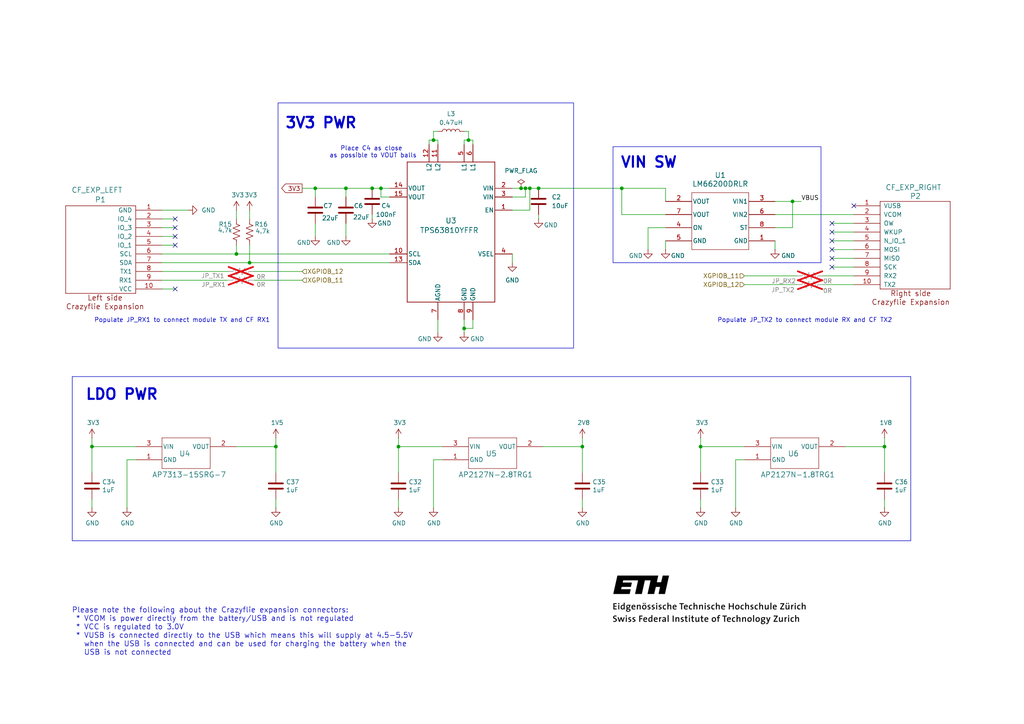
<source format=kicad_sch>
(kicad_sch (version 20250114) (generator "eeschema") (generator_version "9.0")
  (paper "A4")
  (title_block (title "BT-MV Duo 01 Deck") (date "4.11.2025") (rev "A"))
  (lib_symbols
    (symbol "AP2127N-1.8TRG1_1" (pin_names (offset 0.254))
      (property "Reference" "U4" (at 28.194 0.508 0))
      (property "Value" "AP2127N-1.8TRG1" (at 29.464 -5.588 0))
      (symbol "AP2127N-1.8TRG1_1_0_1"
        (polyline (pts (xy 21.59 5.08) (xy 21.59 -3.81)) (stroke (width 0.127)))
        (polyline (pts (xy 21.59 -3.81) (xy 35.56 -3.81)) (stroke (width 0.127)))
        (polyline (pts (xy 35.56 5.08) (xy 21.59 5.08)) (stroke (width 0.127)))
        (polyline (pts (xy 35.56 -3.81) (xy 35.56 5.08)) (stroke (width 0.127)))
        (pin power_in line (at 13.97 -1.27 0) (length 7.62) (name "GND") (number "1"))
      )
      (symbol "AP2127N-1.8TRG1_1_1_1"
        (pin power_in line (at 13.97 2.54 0) (length 7.62) (name "VIN") (number "3"))
        (pin power_out line (at 43.18 2.54 180) (length 7.62) (name "VOUT") (number "2"))
      )
    )
    (symbol "Device:C" (pin_numbers (hide yes)) (pin_names (offset 0.254))
      (property "Reference" "C" (at 0.635 2.54 0))
      (property "Value" "C" (at 0.635 -2.54 0))
      (symbol "C_0_1"
        (polyline (pts (xy -2.032 0.762) (xy 2.032 0.762)) (stroke (width 0.508)))
        (polyline (pts (xy -2.032 -0.762) (xy 2.032 -0.762)) (stroke (width 0.508)))
      )
      (symbol "C_1_1"
        (pin passive line (at 0 3.81 270) (length 2.794) (name "~") (number "1"))
        (pin passive line (at 0 -3.81 90) (length 2.794) (name "~") (number "2"))
      )
    )
    (symbol "Device:L" (pin_numbers (hide yes)) (pin_names (offset 1.016) (hide yes))
      (property "Reference" "L" (at -1.27 0 90))
      (property "Value" "L" (at 1.905 0 90))
      (symbol "L_0_1"
        (arc (start 0 2.54) (mid 0.6323 1.905) (end 0 1.27))
        (arc (start 0 1.27) (mid 0.6323 0.635) (end 0 0))
        (arc (start 0 0) (mid 0.6323 -0.635) (end 0 -1.27))
        (arc (start 0 -1.27) (mid 0.6323 -1.905) (end 0 -2.54))
      )
      (symbol "L_1_1"
        (pin passive line (at 0 3.81 270) (length 1.27) (name "1") (number "1"))
        (pin passive line (at 0 -3.81 90) (length 1.27) (name "2") (number "2"))
      )
    )
    (symbol "Device:R_US" (pin_numbers (hide yes)) (pin_names (offset 0))
      (property "Reference" "R" (at 2.54 0 90))
      (property "Value" "R_US" (at -2.54 0 90))
      (symbol "R_US_0_1"
        (polyline (pts (xy 0 2.286) (xy 0 2.54)))
        (polyline (pts (xy 0 2.286) (xy 1.016 1.905) (xy 0 1.524) (xy -1.016 1.143) (xy 0 0.762)))
        (polyline (pts (xy 0 0.762) (xy 1.016 0.381) (xy 0 0) (xy -1.016 -0.381) (xy 0 -0.762)))
        (polyline (pts (xy 0 -0.762) (xy 1.016 -1.143) (xy 0 -1.524) (xy -1.016 -1.905) (xy 0 -2.286)))
        (polyline (pts (xy 0 -2.286) (xy 0 -2.54)))
      )
      (symbol "R_US_1_1"
        (pin passive line (at 0 3.81 270) (length 1.27) (name "~") (number "1"))
        (pin passive line (at 0 -3.81 90) (length 1.27) (name "~") (number "2"))
      )
    )
    (symbol "LM66200DRLR_1" (pin_names (offset 0.254))
      (property "Reference" "U" (at 25.146 10.16 0))
      (property "Value" "LM66200DRLR" (at 24.892 7.112 0))
      (symbol "LM66200DRLR_1_0_1"
        (polyline (pts (xy 16.51 5.08) (xy 16.51 -11.43)) (stroke (width 0.127)))
        (polyline (pts (xy 16.51 -11.43) (xy 33.02 -11.43)) (stroke (width 0.127)))
        (polyline (pts (xy 33.02 5.08) (xy 16.51 5.08)) (stroke (width 0.127)))
        (polyline (pts (xy 33.02 -11.43) (xy 33.02 5.08)) (stroke (width 0.127)))
        (pin input line (at 40.64 -5.08 180) (length 7.62) (name "ON") (number "4"))
      )
      (symbol "LM66200DRLR_1_1_1"
        (pin passive line (at 8.89 2.54 0) (length 7.62) (name "VIN1") (number "3"))
        (pin power_in line (at 8.89 -1.27 0) (length 7.62) (name "VIN2") (number "6"))
        (pin output line (at 8.89 -5.08 0) (length 7.62) (name "ST") (number "8"))
        (pin passive line (at 8.89 -8.89 0) (length 7.62) (name "GND") (number "1"))
        (pin passive line (at 40.64 2.54 180) (length 7.62) (name "VOUT") (number "2"))
        (pin passive line (at 40.64 -1.27 180) (length 7.62) (name "VOUT") (number "7"))
        (pin passive line (at 40.64 -8.89 180) (length 7.62) (name "GND") (number "5"))
      )
    )
    (symbol "Milk V Library:CF_EXP_LEFT" (pin_names (offset 1.016))
      (property "Reference" "P1" (at -0.254 -14.732 0))
      (property "Value" "CF_EXP_LEFT" (at -0.254 -17.272 0))
      (symbol "CF_EXP_LEFT_0_0"
        (rectangle (start -10.16 12.7) (end 10.16 12.7))
        (rectangle (start -10.16 -12.7) (end -10.16 12.7))
        (rectangle (start 10.16 12.7) (end 10.16 -12.7))
        (rectangle (start 10.16 -12.7) (end -10.16 -12.7))
        (text "Crazyflie Expansion" (at 1.27 16.51 0) (effects (font (size 1.524 1.524))))
        (text "Left side" (at 1.27 13.97 0) (effects (font (size 1.524 1.524))))
      )
      (symbol "CF_EXP_LEFT_1_1"
        (pin power_out line (at 17.78 11.43 180) (length 7.62) (name "VCC") (number "10"))
        (pin bidirectional line (at 17.78 8.89 180) (length 7.62) (name "RX1") (number "9"))
        (pin bidirectional line (at 17.78 6.35 180) (length 7.62) (name "TX1") (number "8"))
        (pin bidirectional line (at 17.78 3.81 180) (length 7.62) (name "SDA") (number "7"))
        (pin bidirectional line (at 17.78 1.27 180) (length 7.62) (name "SCL") (number "6"))
        (pin bidirectional line (at 17.78 -1.27 180) (length 7.62) (name "IO_1") (number "5"))
        (pin bidirectional line (at 17.78 -3.81 180) (length 7.62) (name "IO_2") (number "4"))
        (pin bidirectional line (at 17.78 -6.35 180) (length 7.62) (name "IO_3") (number "3"))
        (pin bidirectional line (at 17.78 -8.89 180) (length 7.62) (name "IO_4") (number "2"))
        (pin power_out line (at 17.78 -11.43 180) (length 7.62) (name "GND") (number "1"))
      )
    )
    (symbol "Milk V Library:CF_EXP_RIGHT_NEW" (pin_names (offset 1.016))
      (property "Reference" "P2" (at 2.286 -14.478 0))
      (property "Value" "CF_EXP_RIGHT_NEW" (at 7.366 -17.526 0))
      (symbol "CF_EXP_RIGHT_NEW_0_0"
        (rectangle (start -10.16 12.7) (end 10.16 12.7))
        (rectangle (start -10.16 -12.7) (end -10.16 12.7))
        (rectangle (start 10.16 12.7) (end 10.16 -12.7))
        (rectangle (start 10.16 -12.7) (end -10.16 -12.7))
        (text "Crazyflie Expansion" (at 1.27 16.51 0) (effects (font (size 1.524 1.524))))
        (text "Right side" (at 1.27 13.97 0) (effects (font (size 1.524 1.524))))
      )
      (symbol "CF_EXP_RIGHT_NEW_1_1"
        (pin bidirectional line (at 17.78 11.43 180) (length 7.62) (name "TX2") (number "10"))
        (pin bidirectional line (at 17.78 8.89 180) (length 7.62) (name "RX2") (number "9"))
        (pin bidirectional line (at 17.78 6.35 180) (length 7.62) (name "SCK") (number "8"))
        (pin bidirectional line (at 17.78 3.81 180) (length 7.62) (name "MISO") (number "7"))
        (pin bidirectional line (at 17.78 1.27 180) (length 7.62) (name "MOSI") (number "6"))
        (pin bidirectional line (at 17.78 -1.27 180) (length 7.62) (name "N_IO_1") (number "5"))
        (pin bidirectional line (at 17.78 -3.81 180) (length 7.62) (name "WKUP") (number "4"))
        (pin bidirectional line (at 17.78 -6.35 180) (length 7.62) (name "OW") (number "3"))
        (pin power_out line (at 17.78 -8.89 180) (length 7.62) (name "VCOM") (number "2"))
        (pin power_out line (at 17.78 -11.43 180) (length 7.62) (name "VUSB") (number "1"))
      )
    )
    (symbol "Milk V Library:TPS63810YFFR.A" (pin_names (offset 0.254))
      (property "Reference" "U3" (at 0 3.302 0))
      (property "Value" "TPS63810YFFR.A" (at 0.508 0.508 0))
      (symbol "TPS63810YFFR.A_0_1"
        (polyline (pts (xy -12.7 20.32) (xy -12.7 -20.32)) (stroke (width 0.2032)))
        (polyline (pts (xy -12.7 -20.32) (xy 12.7 -20.32)) (stroke (width 0.2032)))
        (polyline (pts (xy 12.7 20.32) (xy -12.7 20.32)) (stroke (width 0.2032)))
        (polyline (pts (xy 12.7 -20.32) (xy 12.7 20.32)) (stroke (width 0.2032)))
        (pin power_in line (at -17.78 12.7 0) (length 5.08) (name "VIN") (number "2"))
        (pin power_in line (at -17.78 10.16 0) (length 5.08) (name "VIN") (number "3"))
        (pin input line (at -17.78 6.35 0) (length 5.08) (name "EN") (number "1"))
        (pin input line (at -17.78 -6.35 0) (length 5.08) (name "VSEL") (number "4"))
        (pin power_in line (at -6.35 -25.4 90) (length 5.08) (name "GND") (number "9"))
        (pin power_in line (at -3.81 -25.4 90) (length 5.08) (name "GND") (number "8"))
        (pin power_in line (at 3.81 -25.4 90) (length 5.08) (name "AGND") (number "7"))
        (pin power_in line (at 17.78 12.7 180) (length 5.08) (name "VOUT") (number "14"))
        (pin power_in line (at 17.78 10.16 180) (length 5.08) (name "VOUT") (number "15"))
        (pin bidirectional line (at 17.78 -6.35 180) (length 5.08) (name "SCL") (number "10"))
        (pin bidirectional line (at 17.78 -8.89 180) (length 5.08) (name "SDA") (number "13"))
      )
      (symbol "TPS63810YFFR.A_1_1"
        (pin passive line (at -6.35 25.4 270) (length 5.08) (name "L1") (number "6"))
        (pin passive line (at -3.81 25.4 270) (length 5.08) (name "L1") (number "5"))
        (pin passive line (at 3.81 25.4 270) (length 5.08) (name "L2") (number "11"))
        (pin passive line (at 6.35 25.4 270) (length 5.08) (name "L2") (number "12"))
      )
    )
    (symbol "power:+1V5" (power) (pin_numbers (hide yes)) (pin_names (offset 0) (hide yes))
      (property "Value" "+1V5" (at 0 3.556 0))
      (symbol "+1V5_0_1"
        (polyline (pts (xy -0.762 1.27) (xy 0 2.54)))
        (polyline (pts (xy 0 2.54) (xy 0.762 1.27)))
        (polyline (pts (xy 0 0) (xy 0 2.54)))
      )
      (symbol "+1V5_1_1"
        (pin power_in line (at 0 0 90) (length 0) (name "~") (number "1"))
      )
    )
    (symbol "power:+2V8" (power) (pin_numbers (hide yes)) (pin_names (offset 0) (hide yes))
      (property "Value" "+2V8" (at 0 3.556 0))
      (symbol "+2V8_0_1"
        (polyline (pts (xy -0.762 1.27) (xy 0 2.54)))
        (polyline (pts (xy 0 2.54) (xy 0.762 1.27)))
        (polyline (pts (xy 0 0) (xy 0 2.54)))
      )
      (symbol "+2V8_1_1"
        (pin power_in line (at 0 0 90) (length 0) (name "~") (number "1"))
      )
    )
    (symbol "power:+3V3" (power) (pin_numbers (hide yes)) (pin_names (offset 0) (hide yes))
      (property "Value" "+3V3" (at 0 3.556 0))
      (symbol "+3V3_0_1"
        (polyline (pts (xy -0.762 1.27) (xy 0 2.54)))
        (polyline (pts (xy 0 2.54) (xy 0.762 1.27)))
        (polyline (pts (xy 0 0) (xy 0 2.54)))
      )
      (symbol "+3V3_1_1"
        (pin power_in line (at 0 0 90) (length 0) (name "~") (number "1"))
      )
    )
    (symbol "power:GND" (power) (pin_numbers (hide yes)) (pin_names (offset 0) (hide yes))
      (property "Value" "GND" (at 0 -3.81 0))
      (symbol "GND_0_1"
        (polyline (pts (xy 0 0) (xy 0 -1.27) (xy 1.27 -1.27) (xy 0 -2.54) (xy -1.27 -1.27) (xy 0 -1.27)))
      )
      (symbol "GND_1_1"
        (pin power_in line (at 0 0 270) (length 0) (name "~") (number "1"))
      )
    )
    (symbol "power:PWR_FLAG" (power) (pin_numbers (hide yes)) (pin_names (offset 0) (hide yes))
      (property "Value" "PWR_FLAG" (at 0 3.81 0))
      (symbol "PWR_FLAG_0_0"
        (pin power_out line (at 0 0 90) (length 0) (name "~") (number "1"))
      )
      (symbol "PWR_FLAG_0_1"
        (polyline (pts (xy 0 0) (xy 0 1.27) (xy -1.016 1.905) (xy 0 2.54) (xy 1.016 1.905) (xy 0 1.27)))
      )
    )
  )
  (rectangle (start 80.645 29.845) (end 166.37 100.965))
  (rectangle (start 177.8 42.545) (end 238.125 76.2))
  (rectangle (start 20.955 109.22) (end 264.16 156.845))
  (text "Populate JP_TX2 to connect module RX and CF TX2\n" (at 233.426 92.964 0) (effects (font (size 1.27 1.27))))
  (text "Please note the following about the Crazyflie expansion connectors:\n * VCOM is power directly from the battery/USB and is not regulated\n * VCC is regulated to 3.0V\n * VUSB is connected directly to the USB which means this will supply at 4.5-5.5V\n   when the USB is connected and can be used for charging the battery when the\n   USB is not connected" (at 20.828 190.246 0) (effects (font (size 1.524 1.524)) (justify left bottom)))
  (text "LDO PWR" (at 24.638 116.332 0) (effects (font (size 3.048 3.048) (thickness 0.6096) (bold yes)) (justify left bottom)))
  (text "3V3 PWR\n" (at 82.55 37.592 0) (effects (font (size 3.048 3.048) (thickness 0.6096) (bold yes)) (justify left bottom)))
  (text "Populate JP_RX1 to connect module TX and CF RX1" (at 52.832 92.964 0) (effects (font (size 1.27 1.27))))
  (text "VIN SW" (at 179.832 49.022 0) (effects (font (size 3.048 3.048) (thickness 0.6096) (bold yes)) (justify left bottom)))
  (text "Place C4 as close \nas possible to VOUT balls\n" (at 108.204 44.196 0) (effects (font (size 1.27 1.27))))
  (junction (at 153.67 54.61))
  (junction (at 152.4 54.61))
  (junction (at 229.87 58.42))
  (junction (at 156.21 54.61))
  (junction (at 125.73 40.64))
  (junction (at 110.49 54.61))
  (junction (at 26.67 129.54))
  (junction (at 203.2 129.54))
  (junction (at 72.39 76.2))
  (junction (at 68.58 73.66))
  (junction (at 107.95 54.61))
  (junction (at 80.01 129.54))
  (junction (at 256.54 129.54))
  (junction (at 151.13 54.61))
  (junction (at 100.33 54.61))
  (junction (at 134.62 95.25))
  (junction (at 91.44 54.61))
  (junction (at 115.57 129.54))
  (junction (at 168.91 129.54))
  (junction (at 180.34 54.61))
  (junction (at 135.89 40.64))
  (no_connect (at 50.8 66.04))
  (no_connect (at 241.3 67.31))
  (no_connect (at 50.8 63.5))
  (no_connect (at 241.3 64.77))
  (no_connect (at 241.3 69.85))
  (no_connect (at 241.3 72.39))
  (no_connect (at 50.8 71.12))
  (no_connect (at 247.65 59.69))
  (no_connect (at 50.8 83.82))
  (no_connect (at 241.3 77.47))
  (no_connect (at 241.3 74.93))
  (no_connect (at 50.8 68.58))
  (wire (pts (xy 113.03 54.61) (xy 110.49 54.61)))
  (wire (pts (xy 156.21 62.23) (xy 156.21 63.5)))
  (wire (pts (xy 203.2 127) (xy 203.2 129.54)))
  (wire (pts (xy 26.67 144.78) (xy 26.67 147.32)))
  (wire (pts (xy 193.04 66.04) (xy 187.96 66.04)))
  (wire (pts (xy 36.83 133.35) (xy 36.83 147.32)))
  (wire (pts (xy 68.58 71.12) (xy 68.58 73.66)))
  (wire (pts (xy 125.73 133.35) (xy 125.73 147.32)))
  (wire (pts (xy 134.62 96.52) (xy 134.62 95.25)))
  (wire (pts (xy 115.57 129.54) (xy 128.27 129.54)))
  (wire (pts (xy 203.2 129.54) (xy 215.9 129.54)))
  (wire (pts (xy 134.62 41.91) (xy 134.62 40.64)))
  (wire (pts (xy 127 40.64) (xy 127 41.91)))
  (wire (pts (xy 238.76 82.55) (xy 247.65 82.55)))
  (wire (pts (xy 125.73 38.1) (xy 127 38.1)))
  (wire (pts (xy 137.16 95.25) (xy 134.62 95.25)))
  (wire (pts (xy 91.44 54.61) (xy 91.44 57.15)))
  (wire (pts (xy 152.4 57.15) (xy 152.4 54.61)))
  (wire (pts (xy 241.3 77.47) (xy 247.65 77.47)))
  (wire (pts (xy 168.91 127) (xy 168.91 129.54)))
  (wire (pts (xy 241.3 64.77) (xy 247.65 64.77)))
  (wire (pts (xy 107.95 54.61) (xy 110.49 54.61)))
  (wire (pts (xy 73.66 78.74) (xy 87.63 78.74)))
  (wire (pts (xy 68.58 60.96) (xy 68.58 63.5)))
  (wire (pts (xy 91.44 54.61) (xy 100.33 54.61)))
  (wire (pts (xy 39.37 133.35) (xy 36.83 133.35)))
  (wire (pts (xy 203.2 144.78) (xy 203.2 147.32)))
  (wire (pts (xy 245.11 129.54) (xy 256.54 129.54)))
  (wire (pts (xy 148.59 57.15) (xy 152.4 57.15)))
  (wire (pts (xy 156.21 54.61) (xy 180.34 54.61)))
  (wire (pts (xy 224.79 62.23) (xy 247.65 62.23)))
  (wire (pts (xy 125.73 40.64) (xy 125.73 38.1)))
  (wire (pts (xy 157.48 129.54) (xy 168.91 129.54)))
  (wire (pts (xy 26.67 129.54) (xy 39.37 129.54)))
  (wire (pts (xy 127 92.71) (xy 127 96.52)))
  (wire (pts (xy 153.67 60.96) (xy 153.67 54.61)))
  (wire (pts (xy 151.13 54.61) (xy 152.4 54.61)))
  (wire (pts (xy 229.87 58.42) (xy 232.41 58.42)))
  (wire (pts (xy 137.16 40.64) (xy 137.16 41.91)))
  (wire (pts (xy 213.36 133.35) (xy 213.36 147.32)))
  (wire (pts (xy 203.2 129.54) (xy 203.2 137.16)))
  (wire (pts (xy 134.62 38.1) (xy 135.89 38.1)))
  (wire (pts (xy 124.46 40.64) (xy 125.73 40.64)))
  (wire (pts (xy 180.34 62.23) (xy 180.34 54.61)))
  (wire (pts (xy 128.27 133.35) (xy 125.73 133.35)))
  (wire (pts (xy 134.62 40.64) (xy 135.89 40.64)))
  (wire (pts (xy 135.89 38.1) (xy 135.89 40.64)))
  (wire (pts (xy 46.99 71.12) (xy 50.8 71.12)))
  (wire (pts (xy 46.99 66.04) (xy 50.8 66.04)))
  (wire (pts (xy 241.3 69.85) (xy 247.65 69.85)))
  (wire (pts (xy 68.58 73.66) (xy 113.03 73.66)))
  (wire (pts (xy 180.34 54.61) (xy 193.04 54.61)))
  (wire (pts (xy 215.9 133.35) (xy 213.36 133.35)))
  (wire (pts (xy 73.66 81.28) (xy 87.63 81.28)))
  (wire (pts (xy 215.9 80.01) (xy 231.14 80.01)))
  (wire (pts (xy 110.49 57.15) (xy 113.03 57.15)))
  (wire (pts (xy 50.8 83.82) (xy 46.99 83.82)))
  (wire (pts (xy 26.67 127) (xy 26.67 129.54)))
  (wire (pts (xy 68.58 129.54) (xy 80.01 129.54)))
  (wire (pts (xy 256.54 127) (xy 256.54 129.54)))
  (wire (pts (xy 124.46 41.91) (xy 124.46 40.64)))
  (wire (pts (xy 46.99 73.66) (xy 68.58 73.66)))
  (wire (pts (xy 153.67 54.61) (xy 156.21 54.61)))
  (wire (pts (xy 148.59 54.61) (xy 151.13 54.61)))
  (wire (pts (xy 224.79 58.42) (xy 229.87 58.42)))
  (wire (pts (xy 229.87 58.42) (xy 229.87 66.04)))
  (wire (pts (xy 241.3 72.39) (xy 247.65 72.39)))
  (wire (pts (xy 152.4 54.61) (xy 153.67 54.61)))
  (wire (pts (xy 187.96 66.04) (xy 187.96 72.39)))
  (wire (pts (xy 72.39 60.96) (xy 72.39 63.5)))
  (wire (pts (xy 80.01 144.78) (xy 80.01 147.32)))
  (wire (pts (xy 115.57 129.54) (xy 115.57 137.16)))
  (wire (pts (xy 80.01 129.54) (xy 80.01 137.16)))
  (wire (pts (xy 168.91 144.78) (xy 168.91 147.32)))
  (wire (pts (xy 115.57 127) (xy 115.57 129.54)))
  (wire (pts (xy 168.91 129.54) (xy 168.91 137.16)))
  (wire (pts (xy 148.59 73.66) (xy 148.59 76.2)))
  (wire (pts (xy 180.34 62.23) (xy 193.04 62.23)))
  (wire (pts (xy 215.9 82.55) (xy 231.14 82.55)))
  (wire (pts (xy 125.73 40.64) (xy 127 40.64)))
  (wire (pts (xy 46.99 63.5) (xy 50.8 63.5)))
  (wire (pts (xy 224.79 66.04) (xy 229.87 66.04)))
  (wire (pts (xy 193.04 69.85) (xy 193.04 72.39)))
  (wire (pts (xy 46.99 81.28) (xy 66.04 81.28)))
  (wire (pts (xy 100.33 54.61) (xy 107.95 54.61)))
  (wire (pts (xy 256.54 144.78) (xy 256.54 147.32)))
  (wire (pts (xy 26.67 129.54) (xy 26.67 137.16)))
  (wire (pts (xy 148.59 60.96) (xy 153.67 60.96)))
  (wire (pts (xy 241.3 74.93) (xy 247.65 74.93)))
  (wire (pts (xy 110.49 54.61) (xy 110.49 57.15)))
  (wire (pts (xy 107.95 62.23) (xy 107.95 63.5)))
  (wire (pts (xy 134.62 95.25) (xy 134.62 92.71)))
  (wire (pts (xy 80.01 127) (xy 80.01 129.54)))
  (wire (pts (xy 224.79 69.85) (xy 224.79 72.39)))
  (wire (pts (xy 238.76 80.01) (xy 247.65 80.01)))
  (wire (pts (xy 115.57 144.78) (xy 115.57 147.32)))
  (wire (pts (xy 100.33 57.15) (xy 100.33 54.61)))
  (wire (pts (xy 54.61 60.96) (xy 46.99 60.96)))
  (wire (pts (xy 91.44 64.77) (xy 91.44 68.58)))
  (wire (pts (xy 256.54 129.54) (xy 256.54 137.16)))
  (wire (pts (xy 135.89 40.64) (xy 137.16 40.64)))
  (wire (pts (xy 100.33 64.77) (xy 100.33 68.58)))
  (wire (pts (xy 87.63 54.61) (xy 91.44 54.61)))
  (wire (pts (xy 241.3 67.31) (xy 247.65 67.31)))
  (wire (pts (xy 46.99 76.2) (xy 72.39 76.2)))
  (wire (pts (xy 46.99 68.58) (xy 50.8 68.58)))
  (wire (pts (xy 193.04 54.61) (xy 193.04 58.42)))
  (wire (pts (xy 72.39 76.2) (xy 113.03 76.2)))
  (wire (pts (xy 72.39 71.12) (xy 72.39 76.2)))
  (wire (pts (xy 137.16 92.71) (xy 137.16 95.25)))
  (wire (pts (xy 46.99 78.74) (xy 66.04 78.74)))
  (image (at 205.74 173.99) (scale 0.824507))
  (label "VBUS" (at 232.41 58.42 0))
  (global_label "3V3" (shape output) (at 87.63 54.61 180) (property "Intersheetrefs" "${INTERSHEET_REFS}" (effects (hide yes))))
  (hierarchical_label "XGPIOB_11" (shape input) (at 215.9 80.01 180))
  (hierarchical_label "XGPIOB_11" (shape input) (at 87.63 81.28 0))
  (hierarchical_label "XGPIOB_12" (shape input) (at 215.9 82.55 180))
  (hierarchical_label "XGPIOB_12" (shape input) (at 87.63 78.74 0))
  (symbol (lib_id "Milk V Library:CF_EXP_RIGHT_NEW") (at 265.43 71.12 180) (unit 1)
    (property "Reference" "P2" (at 263.906 56.896 0) (effects (font (size 1.524 1.524)) (justify right)))
    (property "Value" "CF_EXP_RIGHT" (at 256.794 54.356 0) (effects (font (size 1.524 1.524)) (justify right)))
    (property "Footprint" "BT-Milk V Duo S:CF2-DECK-SMD-HOLES" (effects (hide yes)))
    (property "Datasheet" "https://store.bitcraze.io/products/female-deck-connector?utm_source=chatgpt.com" (effects (hide yes)))
  )
  (symbol (lib_id "power:GND") (at 203.2 147.32 0) (unit 1)
    (property "Reference" "#PWR0108" (effects (hide yes)))
    (property "Value" "GND" (at 203.327 151.7142 0))
  )
  (symbol (lib_id "Device:C") (at 203.2 140.97 0) (unit 1)
    (property "Reference" "C33" (at 206.121 139.8016 0) (effects (justify left)))
    (property "Value" "1uF" (at 206.121 142.113 0) (effects (justify left)))
    (property "Footprint" "Capacitor_SMD:C_0603_1608Metric" (effects (hide yes)))
    (property "Datasheet" "CL10A105KA8NNNC" (effects (hide yes)))
  )
  (symbol (lib_id "power:GND") (at 107.95 63.5 0) (mirror y) (unit 1)
    (property "Reference" "#PWR014" (effects (hide yes)))
    (property "Value" "GND" (at 111.506 64.77 0))
    (property "Description" "Power symbol creates a global label with name \"GND\" , ground" (effects (hide yes)))
  )
  (symbol (lib_id "power:+3V3") (at 115.57 127 0) (unit 1)
    (property "Reference" "#PWR0105" (effects (hide yes)))
    (property "Value" "3V3" (at 115.951 122.6058 0))
  )
  (symbol (lib_id "Device:L") (at 130.81 38.1 270) (mirror x) (unit 1)
    (property "Reference" "L3" (at 130.81 33.02 90))
    (property "Value" "0.47uH" (at 130.81 35.56 90))
    (property "Footprint" "Inductor_SMD:L_0201_0603Metric_Pad0.64x0.40mm_HandSolder" (effects (hide yes)))
    (property "Datasheet" "LBCNF1608KKTR47MAD" (effects (hide yes)))
    (property "Description" "0.47uH 20% 2.6A 65mOhm Inductor" (effects (hide yes)))
  )
  (symbol (lib_id "Device:R_US") (at 68.58 67.31 180) (unit 1)
    (property "Reference" "R15" (at 67.31 65.786 0) (effects (justify left top)))
    (property "Value" "4.7k" (at 65.278 66.802 0))
    (property "Footprint" "Resistor_SMD:R_0201_0603Metric_Pad0.64x0.40mm_HandSolder" (effects (hide yes)))
    (property "Datasheet" "AC0201JR-074K7L" (effects (hide yes)))
    (property "Description" "Resistor, US symbol" (effects (hide yes)))
  )
  (symbol (lib_id "power:+3V3") (at 26.67 127 0) (unit 1)
    (property "Reference" "#PWR0109" (effects (hide yes)))
    (property "Value" "3V3" (at 27.051 122.6058 0))
  )
  (symbol (lib_id "power:GND") (at 256.54 147.32 0) (unit 1)
    (property "Reference" "#PWR0142" (effects (hide yes)))
    (property "Value" "GND" (at 256.667 151.7142 0))
  )
  (symbol (lib_id "power:GND") (at 187.96 72.39 0) (unit 1)
    (property "Reference" "#PWR08" (effects (hide yes)))
    (property "Value" "GND" (at 184.404 74.168 0))
    (property "Description" "Power symbol creates a global label with name \"GND\" , ground" (effects (hide yes)))
  )
  (symbol (lib_id "power:+3V3") (at 68.58 60.96 0) (unit 1)
    (property "Reference" "#PWR026" (effects (hide yes)))
    (property "Value" "3V3" (at 68.961 56.5658 0))
  )
  (symbol (lib_id "power:GND") (at 148.59 76.2 0) (unit 1)
    (property "Reference" "#PWR012" (effects (hide yes)))
    (property "Value" "GND" (at 148.59 81.28 0))
    (property "Description" "Power symbol creates a global label with name \"GND\" , ground" (effects (hide yes)))
  )
  (symbol (lib_id "power:GND") (at 156.21 63.5 0) (unit 1)
    (property "Reference" "#PWR013" (effects (hide yes)))
    (property "Value" "GND" (at 159.766 65.278 0))
    (property "Description" "Power symbol creates a global label with name \"GND\" , ground" (effects (hide yes)))
  )
  (symbol (lib_id "power:PWR_FLAG") (at 151.13 54.61 0) (unit 1)
    (property "Reference" "#FLG02" (effects (hide yes)))
    (property "Value" "PWR_FLAG" (at 151.13 49.53 0))
    (property "Description" "Special symbol for telling ERC where power comes from" (effects (hide yes)))
  )
  (symbol (lib_id "power:GND") (at 36.83 147.32 0) (unit 1)
    (property "Reference" "#PWR0114" (effects (hide yes)))
    (property "Value" "GND" (at 36.957 151.7142 0))
  )
  (symbol (lib_id "Device:C") (at 100.33 60.96 0) (unit 1)
    (property "Reference" "C6" (at 102.616 59.69 0) (effects (justify left)))
    (property "Value" "22uF" (at 102.362 62.992 0) (effects (justify left)))
    (property "Footprint" "Capacitor_SMD:C_0402_1005Metric_Pad0.74x0.62mm_HandSolder" (effects (hide yes)))
    (property "Datasheet" "GRM155R60J226ME11D" (effects (hide yes)))
    (property "Description" "Unpolarized capacitor" (effects (hide yes)))
  )
  (symbol (lib_id "power:GND") (at 115.57 147.32 0) (unit 1)
    (property "Reference" "#PWR0106" (effects (hide yes)))
    (property "Value" "GND" (at 115.697 151.7142 0))
  )
  (symbol (lib_id "power:+3V3") (at 72.39 60.96 0) (unit 1)
    (property "Reference" "#PWR025" (effects (hide yes)))
    (property "Value" "3V3" (at 72.771 56.5658 0))
  )
  (symbol (lib_id "Device:C") (at 80.01 140.97 0) (unit 1)
    (property "Reference" "C37" (at 82.931 139.8016 0) (effects (justify left)))
    (property "Value" "1uF" (at 82.931 142.113 0) (effects (justify left)))
    (property "Footprint" "Capacitor_SMD:C_0603_1608Metric" (effects (hide yes)))
    (property "Datasheet" "CL10A105KA8NNNC" (effects (hide yes)))
  )
  (symbol (lib_id "Device:C") (at 26.67 140.97 0) (unit 1)
    (property "Reference" "C34" (at 29.591 139.8016 0) (effects (justify left)))
    (property "Value" "1uF" (at 29.591 142.113 0) (effects (justify left)))
    (property "Footprint" "Capacitor_SMD:C_0603_1608Metric" (effects (hide yes)))
    (property "Datasheet" "CL10A105KA8NNNC" (effects (hide yes)))
  )
  (symbol (lib_id "Device:C") (at 156.21 58.42 0) (unit 1)
    (property "Reference" "C2" (at 160.02 57.1499 0) (effects (justify left)))
    (property "Value" "10uF" (at 160.02 59.6899 0) (effects (justify left)))
    (property "Footprint" "Capacitor_SMD:C_0201_0603Metric_Pad0.64x0.40mm_HandSolder" (effects (hide yes)))
    (property "Datasheet" "CM05X5R106M10AH" (effects (hide yes)))
    (property "Description" "10V 10uF capacitor" (effects (hide yes)))
  )
  (symbol (lib_id "Device:C") (at 115.57 140.97 0) (unit 1)
    (property "Reference" "C32" (at 118.491 139.8016 0) (effects (justify left)))
    (property "Value" "1uF" (at 118.491 142.113 0) (effects (justify left)))
    (property "Footprint" "Capacitor_SMD:C_0603_1608Metric" (effects (hide yes)))
    (property "Datasheet" "CL10A105KA8NNNC" (effects (hide yes)))
  )
  (symbol (lib_id "power:GND") (at 127 96.52 0) (unit 1)
    (property "Reference" "#PWR011" (effects (hide yes)))
    (property "Value" "GND" (at 123.19 98.298 0))
    (property "Description" "Power symbol creates a global label with name \"GND\" , ground" (effects (hide yes)))
  )
  (symbol (lib_id "power:GND") (at 193.04 72.39 0) (unit 1)
    (property "Reference" "#PWR03" (effects (hide yes)))
    (property "Value" "GND" (at 196.596 74.168 0))
    (property "Description" "Power symbol creates a global label with name \"GND\" , ground" (effects (hide yes)))
  )
  (symbol (lib_name "AP2127N-1.8TRG1_1") (lib_id "Milk V Library:AP2127N-1.8TRG1") (at 25.4 132.08 0) (unit 1)
    (property "Reference" "U4" (at 53.594 131.572 0) (effects (font (size 1.524 1.524))))
    (property "Value" "AP7313-15SRG-7" (at 54.864 137.668 0) (effects (font (size 1.524 1.524))))
    (property "Footprint" "BT-Milk V Duo S:SOT-23_DIO" (effects (hide yes)))
    (property "Datasheet" "AP7313-15SRG-7" (effects (hide yes)))
  )
  (symbol (lib_id "power:GND") (at 54.61 60.96 90) (unit 1)
    (property "Reference" "#PWR041" (effects (hide yes)))
    (property "Value" "GND" (at 58.42 60.9599 90) (effects (justify right)))
    (property "Description" "Power symbol creates a global label with name \"GND\" , ground" (effects (hide yes)))
  )
  (symbol (lib_name "LM66200DRLR_1") (lib_id "Milk V Library:LM66200DRLR") (at 233.68 60.96 0) (mirror y) (unit 1)
    (property "Reference" "U1" (at 208.915 50.8 0) (effects (font (size 1.524 1.524))))
    (property "Value" "LM66200DRLR" (at 208.915 53.34 0) (effects (font (size 1.524 1.524))))
    (property "Footprint" "BT-Milk V Duo S:SOT-5X3_DRL_TEX" (effects (hide yes)))
    (property "Datasheet" "LM66200DRLR" (effects (hide yes)))
    (property "Description" "Ideal diode with automatic switchover" (effects (hide yes)))
  )
  (symbol (lib_id "power:GND") (at 224.79 72.39 0) (unit 1)
    (property "Reference" "#PWR04" (effects (hide yes)))
    (property "Value" "GND" (at 228.6 74.168 0))
    (property "Description" "Power symbol creates a global label with name \"GND\" , ground" (effects (hide yes)))
  )
  (symbol (lib_id "Milk V Library:TPS63810YFFR.A") (at 130.81 67.31 0) (mirror y) (unit 1)
    (property "Reference" "U3" (at 130.81 64.008 0) (effects (font (size 1.524 1.524))))
    (property "Value" "TPS63810YFFR" (at 130.302 66.802 0) (effects (font (size 1.524 1.524))))
    (property "Footprint" "BT-Milk V Duo S:YFF0015AHAN" (effects (hide yes)))
    (property "Datasheet" "TPS63810YFFR" (effects (hide yes)))
    (property "Description" "3V3 DC/DC converter" (effects (hide yes)))
  )
  (symbol (lib_id "Device:R_US") (at 234.95 82.55 90) (unit 1) (dnp yes)
    (property "Reference" "JP_TX2" (at 227.076 84.074 90))
    (property "Value" "0R" (at 240.03 84.328 90))
    (property "Footprint" "Resistor_SMD:R_0402_1005Metric" (effects (hide yes)))
    (property "Datasheet" "RC0402JR-070RP" (effects (hide yes)))
    (property "Description" "Resistor, US symbol" (effects (hide yes)))
  )
  (symbol (lib_id "Device:R_US") (at 234.95 80.01 90) (unit 1) (dnp yes)
    (property "Reference" "JP_RX2" (at 227.33 81.534 90))
    (property "Value" "0R" (at 240.03 81.534 90))
    (property "Footprint" "Resistor_SMD:R_0402_1005Metric" (effects (hide yes)))
    (property "Datasheet" "RC0402JR-070RP" (effects (hide yes)))
    (property "Description" "Resistor, US symbol" (effects (hide yes)))
  )
  (symbol (lib_id "Device:R_US") (at 72.39 67.31 180) (unit 1)
    (property "Reference" "R16" (at 77.724 65.786 0) (effects (justify left top)))
    (property "Value" "4.7k" (at 76.2 67.056 0))
    (property "Footprint" "Resistor_SMD:R_0201_0603Metric_Pad0.64x0.40mm_HandSolder" (effects (hide yes)))
    (property "Datasheet" "AC0201JR-074K7L" (effects (hide yes)))
    (property "Description" "Resistor, US symbol" (effects (hide yes)))
  )
  (symbol (lib_id "power:GND") (at 168.91 147.32 0) (unit 1)
    (property "Reference" "#PWR0134" (effects (hide yes)))
    (property "Value" "GND" (at 169.037 151.7142 0))
  )
  (symbol (lib_id "power:GND") (at 134.62 96.52 0) (unit 1)
    (property "Reference" "#PWR010" (effects (hide yes)))
    (property "Value" "GND" (at 138.43 98.298 0))
    (property "Description" "Power symbol creates a global label with name \"GND\" , ground" (effects (hide yes)))
  )
  (symbol (lib_id "power:+2V8") (at 168.91 127 0) (unit 1)
    (property "Reference" "#PWR0133" (effects (hide yes)))
    (property "Value" "2V8" (at 169.291 122.6058 0))
  )
  (symbol (lib_id "Device:C") (at 256.54 140.97 0) (unit 1)
    (property "Reference" "C36" (at 259.461 139.8016 0) (effects (justify left)))
    (property "Value" "1uF" (at 259.461 142.113 0) (effects (justify left)))
    (property "Footprint" "Capacitor_SMD:C_0603_1608Metric" (effects (hide yes)))
    (property "Datasheet" "CL10A105KA8NNNC" (effects (hide yes)))
  )
  (symbol (lib_id "power:GND") (at 26.67 147.32 0) (unit 1)
    (property "Reference" "#PWR0111" (effects (hide yes)))
    (property "Value" "GND" (at 26.797 151.7142 0))
  )
  (symbol (lib_id "power:GND") (at 100.33 68.58 0) (unit 1)
    (property "Reference" "#PWR015" (effects (hide yes)))
    (property "Value" "GND" (at 96.774 70.358 0))
    (property "Description" "Power symbol creates a global label with name \"GND\" , ground" (effects (hide yes)))
  )
  (symbol (lib_id "power:+1V5") (at 80.01 127 0) (unit 1)
    (property "Reference" "#PWR0143" (effects (hide yes)))
    (property "Value" "1V5" (at 80.391 122.6058 0))
  )
  (symbol (lib_id "Device:R_US") (at 69.85 78.74 90) (unit 1) (dnp yes)
    (property "Reference" "JP_TX1" (at 61.722 80.01 90))
    (property "Value" "0R" (at 75.692 80.264 90))
    (property "Footprint" "Resistor_SMD:R_0402_1005Metric" (effects (hide yes)))
    (property "Datasheet" "RC0402JR-070RP" (effects (hide yes)))
    (property "Description" "Resistor, US symbol" (effects (hide yes)))
  )
  (symbol (lib_name "AP2127N-1.8TRG1_1") (lib_id "Milk V Library:AP2127N-1.8TRG1") (at 201.93 132.08 0) (unit 1)
    (property "Reference" "U6" (at 230.124 131.572 0) (effects (font (size 1.524 1.524))))
    (property "Value" "AP2127N-1.8TRG1" (at 231.394 137.668 0) (effects (font (size 1.524 1.524))))
    (property "Footprint" "BT-Milk V Duo S:SOT-23_DIO" (effects (hide yes)))
    (property "Datasheet" "AP2127N-1.8TRG1" (effects (hide yes)))
  )
  (symbol (lib_id "power:GND") (at 125.73 147.32 0) (unit 1)
    (property "Reference" "#PWR0112" (effects (hide yes)))
    (property "Value" "GND" (at 125.857 151.7142 0))
  )
  (symbol (lib_name "AP2127N-1.8TRG1_1") (lib_id "Milk V Library:AP2127N-1.8TRG1") (at 114.3 132.08 0) (unit 1)
    (property "Reference" "U5" (at 142.494 131.572 0) (effects (font (size 1.524 1.524))))
    (property "Value" "AP2127N-2.8TRG1" (at 143.764 137.668 0) (effects (font (size 1.524 1.524))))
    (property "Footprint" "BT-Milk V Duo S:SOT-23_DIO" (effects (hide yes)))
    (property "Datasheet" "AP2127N-2.8TRG1" (effects (hide yes)))
  )
  (symbol (lib_id "power:GND") (at 213.36 147.32 0) (unit 1)
    (property "Reference" "#PWR0113" (effects (hide yes)))
    (property "Value" "GND" (at 213.487 151.7142 0))
  )
  (symbol (lib_id "power:+3V3") (at 203.2 127 0) (unit 1)
    (property "Reference" "#PWR0107" (effects (hide yes)))
    (property "Value" "3V3" (at 203.581 122.6058 0))
  )
  (symbol (lib_id "Device:R_US") (at 69.85 81.28 90) (unit 1) (dnp yes)
    (property "Reference" "JP_RX1" (at 61.976 82.55 90))
    (property "Value" "0R" (at 75.692 82.55 90))
    (property "Footprint" "Resistor_SMD:R_0402_1005Metric" (effects (hide yes)))
    (property "Datasheet" "RC0402JR-070RP" (effects (hide yes)))
    (property "Description" "Resistor, US symbol" (effects (hide yes)))
  )
  (symbol (lib_id "power:+1V5") (at 256.54 127 0) (unit 1)
    (property "Reference" "#PWR0141" (effects (hide yes)))
    (property "Value" "1V8" (at 256.921 122.6058 0))
  )
  (symbol (lib_id "Milk V Library:CF_EXP_LEFT") (at 29.21 72.39 0) (mirror x) (unit 1)
    (property "Reference" "P1" (at 30.734 57.912 0) (effects (font (size 1.524 1.524)) (justify right)))
    (property "Value" "CF_EXP_LEFT" (at 35.56 55.118 0) (effects (font (size 1.524 1.524)) (justify right)))
    (property "Footprint" "BT-Milk V Duo S:CF2-DECK-SMD-HOLES" (effects (hide yes)))
    (property "Datasheet" "https://store.bitcraze.io/products/female-deck-connector?utm_source=chatgpt.com" (effects (hide yes)))
  )
  (symbol (lib_id "Device:C") (at 91.44 60.96 0) (unit 1)
    (property "Reference" "C7" (at 93.726 59.69 0) (effects (justify left)))
    (property "Value" "22uF" (at 93.345 63.246 0) (effects (justify left)))
    (property "Footprint" "Capacitor_SMD:C_0402_1005Metric_Pad0.74x0.62mm_HandSolder" (effects (hide yes)))
    (property "Datasheet" "GRM155R60J226ME11D" (effects (hide yes)))
    (property "Description" "Unpolarized capacitor" (effects (hide yes)))
  )
  (symbol (lib_id "power:GND") (at 91.44 68.58 0) (unit 1)
    (property "Reference" "#PWR016" (effects (hide yes)))
    (property "Value" "GND" (at 88.138 70.358 0))
    (property "Description" "Power symbol creates a global label with name \"GND\" , ground" (effects (hide yes)))
  )
  (symbol (lib_id "Device:C") (at 107.95 58.42 0) (mirror y) (unit 1)
    (property "Reference" "C4" (at 113.284 59.69 0) (effects (justify left)))
    (property "Value" "100nF" (at 115.062 62.23 0) (effects (justify left)))
    (property "Footprint" "Capacitor_SMD:C_0201_0603Metric_Pad0.64x0.40mm_HandSolder" (effects (hide yes)))
    (property "Datasheet" "GRM033R61A104ME15D" (effects (hide yes)))
    (property "Description" "Unpolarized capacitor" (effects (hide yes)))
  )
  (symbol (lib_id "Device:C") (at 168.91 140.97 0) (unit 1)
    (property "Reference" "C35" (at 171.831 139.8016 0) (effects (justify left)))
    (property "Value" "1uF" (at 171.831 142.113 0) (effects (justify left)))
    (property "Footprint" "Capacitor_SMD:C_0603_1608Metric" (effects (hide yes)))
    (property "Datasheet" "CL10A105KA8NNNC" (effects (hide yes)))
  )
  (symbol (lib_id "power:GND") (at 80.01 147.32 0) (unit 1)
    (property "Reference" "#PWR0144" (effects (hide yes)))
    (property "Value" "GND" (at 80.137 151.7142 0))
  )
)
</source>
